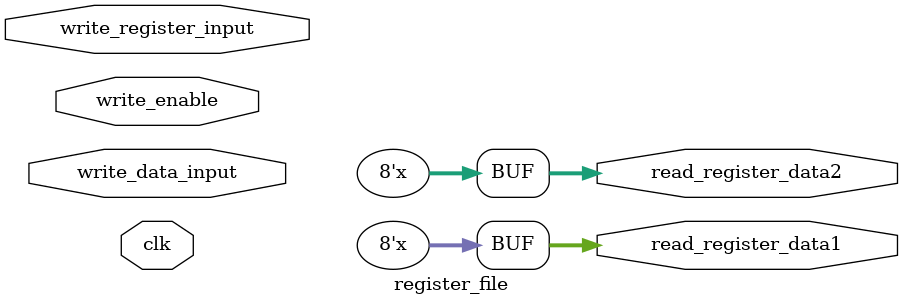
<source format=v>
`timescale 1ns / 1ps
module register_file (
  input clk,
  input [0:0] write_register_input,
  input [0:0] write_enable,
  input [7:0] write_data_input,
  output reg [7:0] read_register_data1,
  output reg [7:0] read_register_data2
);

reg [7:0] registers [1:0];

initial begin
  registers[0] = 8'b00000010;
  registers[1] = 8'b00000011;
end
always @(*) begin
  if (write_enable) begin
    registers[write_register_input] <= write_data_input;
  end
  read_register_data1 = registers[0];
  read_register_data2 = registers[1];
end

endmodule

</source>
